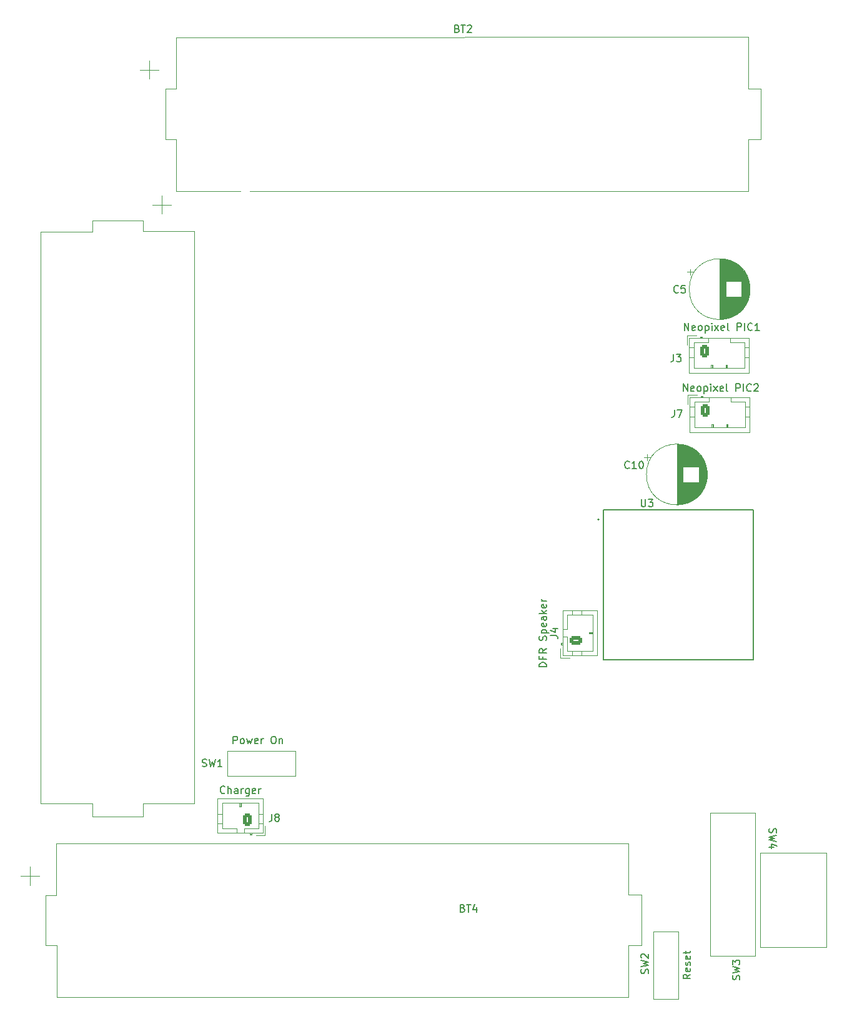
<source format=gto>
%TF.GenerationSoftware,KiCad,Pcbnew,(6.0.2)*%
%TF.CreationDate,2022-04-22T14:35:52+01:00*%
%TF.ProjectId,DiscAdventure,44697363-4164-4766-956e-747572652e6b,rev?*%
%TF.SameCoordinates,Original*%
%TF.FileFunction,Legend,Top*%
%TF.FilePolarity,Positive*%
%FSLAX46Y46*%
G04 Gerber Fmt 4.6, Leading zero omitted, Abs format (unit mm)*
G04 Created by KiCad (PCBNEW (6.0.2)) date 2022-04-22 14:35:52*
%MOMM*%
%LPD*%
G01*
G04 APERTURE LIST*
G04 Aperture macros list*
%AMRoundRect*
0 Rectangle with rounded corners*
0 $1 Rounding radius*
0 $2 $3 $4 $5 $6 $7 $8 $9 X,Y pos of 4 corners*
0 Add a 4 corners polygon primitive as box body*
4,1,4,$2,$3,$4,$5,$6,$7,$8,$9,$2,$3,0*
0 Add four circle primitives for the rounded corners*
1,1,$1+$1,$2,$3*
1,1,$1+$1,$4,$5*
1,1,$1+$1,$6,$7*
1,1,$1+$1,$8,$9*
0 Add four rect primitives between the rounded corners*
20,1,$1+$1,$2,$3,$4,$5,0*
20,1,$1+$1,$4,$5,$6,$7,0*
20,1,$1+$1,$6,$7,$8,$9,0*
20,1,$1+$1,$8,$9,$2,$3,0*%
G04 Aperture macros list end*
%ADD10C,0.150000*%
%ADD11C,0.120000*%
%ADD12C,0.127000*%
%ADD13C,0.200000*%
%ADD14R,7.340000X6.350000*%
%ADD15RoundRect,0.250000X-0.350000X-0.625000X0.350000X-0.625000X0.350000X0.625000X-0.350000X0.625000X0*%
%ADD16O,1.200000X1.750000*%
%ADD17R,2.000000X2.000000*%
%ADD18C,3.700000*%
%ADD19C,3.200000*%
%ADD20R,5.750000X2.000000*%
%ADD21R,6.350000X7.340000*%
%ADD22O,1.750000X1.200000*%
%ADD23RoundRect,0.250000X0.625000X-0.350000X0.625000X0.350000X-0.625000X0.350000X-0.625000X-0.350000X0*%
%ADD24R,1.308000X1.308000*%
%ADD25C,1.308000*%
%ADD26R,1.600000X1.600000*%
%ADD27C,1.600000*%
%ADD28RoundRect,0.250000X0.350000X0.625000X-0.350000X0.625000X-0.350000X-0.625000X0.350000X-0.625000X0*%
%ADD29R,1.700000X1.700000*%
%ADD30O,1.700000X1.700000*%
G04 APERTURE END LIST*
D10*
%TO.C,BT2*%
X98714285Y-24428571D02*
X98857142Y-24476190D01*
X98904761Y-24523809D01*
X98952380Y-24619047D01*
X98952380Y-24761904D01*
X98904761Y-24857142D01*
X98857142Y-24904761D01*
X98761904Y-24952380D01*
X98380952Y-24952380D01*
X98380952Y-23952380D01*
X98714285Y-23952380D01*
X98809523Y-24000000D01*
X98857142Y-24047619D01*
X98904761Y-24142857D01*
X98904761Y-24238095D01*
X98857142Y-24333333D01*
X98809523Y-24380952D01*
X98714285Y-24428571D01*
X98380952Y-24428571D01*
X99238095Y-23952380D02*
X99809523Y-23952380D01*
X99523809Y-24952380D02*
X99523809Y-23952380D01*
X100095238Y-24047619D02*
X100142857Y-24000000D01*
X100238095Y-23952380D01*
X100476190Y-23952380D01*
X100571428Y-24000000D01*
X100619047Y-24047619D01*
X100666666Y-24142857D01*
X100666666Y-24238095D01*
X100619047Y-24380952D01*
X100047619Y-24952380D01*
X100666666Y-24952380D01*
%TO.C,J7*%
X128171330Y-76092662D02*
X128171330Y-76806948D01*
X128123711Y-76949805D01*
X128028473Y-77045043D01*
X127885616Y-77092662D01*
X127790378Y-77092662D01*
X128552283Y-76092662D02*
X129218949Y-76092662D01*
X128790378Y-77092662D01*
X129375170Y-73583054D02*
X129375170Y-72583054D01*
X129946599Y-73583054D01*
X129946599Y-72583054D01*
X130803742Y-73535435D02*
X130708504Y-73583054D01*
X130518028Y-73583054D01*
X130422790Y-73535435D01*
X130375170Y-73440197D01*
X130375170Y-73059245D01*
X130422790Y-72964007D01*
X130518028Y-72916388D01*
X130708504Y-72916388D01*
X130803742Y-72964007D01*
X130851361Y-73059245D01*
X130851361Y-73154483D01*
X130375170Y-73249721D01*
X131422790Y-73583054D02*
X131327551Y-73535435D01*
X131279932Y-73487816D01*
X131232313Y-73392578D01*
X131232313Y-73106864D01*
X131279932Y-73011626D01*
X131327551Y-72964007D01*
X131422790Y-72916388D01*
X131565647Y-72916388D01*
X131660885Y-72964007D01*
X131708504Y-73011626D01*
X131756123Y-73106864D01*
X131756123Y-73392578D01*
X131708504Y-73487816D01*
X131660885Y-73535435D01*
X131565647Y-73583054D01*
X131422790Y-73583054D01*
X132184694Y-72916388D02*
X132184694Y-73916388D01*
X132184694Y-72964007D02*
X132279932Y-72916388D01*
X132470409Y-72916388D01*
X132565647Y-72964007D01*
X132613266Y-73011626D01*
X132660885Y-73106864D01*
X132660885Y-73392578D01*
X132613266Y-73487816D01*
X132565647Y-73535435D01*
X132470409Y-73583054D01*
X132279932Y-73583054D01*
X132184694Y-73535435D01*
X133089456Y-73583054D02*
X133089456Y-72916388D01*
X133089456Y-72583054D02*
X133041837Y-72630674D01*
X133089456Y-72678293D01*
X133137075Y-72630674D01*
X133089456Y-72583054D01*
X133089456Y-72678293D01*
X133470409Y-73583054D02*
X133994218Y-72916388D01*
X133470409Y-72916388D02*
X133994218Y-73583054D01*
X134756123Y-73535435D02*
X134660885Y-73583054D01*
X134470409Y-73583054D01*
X134375170Y-73535435D01*
X134327551Y-73440197D01*
X134327551Y-73059245D01*
X134375170Y-72964007D01*
X134470409Y-72916388D01*
X134660885Y-72916388D01*
X134756123Y-72964007D01*
X134803742Y-73059245D01*
X134803742Y-73154483D01*
X134327551Y-73249721D01*
X135375170Y-73583054D02*
X135279932Y-73535435D01*
X135232313Y-73440197D01*
X135232313Y-72583054D01*
X136518028Y-73583054D02*
X136518028Y-72583054D01*
X136898980Y-72583054D01*
X136994218Y-72630674D01*
X137041837Y-72678293D01*
X137089456Y-72773531D01*
X137089456Y-72916388D01*
X137041837Y-73011626D01*
X136994218Y-73059245D01*
X136898980Y-73106864D01*
X136518028Y-73106864D01*
X137518028Y-73583054D02*
X137518028Y-72583054D01*
X138565647Y-73487816D02*
X138518028Y-73535435D01*
X138375170Y-73583054D01*
X138279932Y-73583054D01*
X138137075Y-73535435D01*
X138041837Y-73440197D01*
X137994218Y-73344959D01*
X137946599Y-73154483D01*
X137946599Y-73011626D01*
X137994218Y-72821150D01*
X138041837Y-72725912D01*
X138137075Y-72630674D01*
X138279932Y-72583054D01*
X138375170Y-72583054D01*
X138518028Y-72630674D01*
X138565647Y-72678293D01*
X138946599Y-72678293D02*
X138994218Y-72630674D01*
X139089456Y-72583054D01*
X139327551Y-72583054D01*
X139422790Y-72630674D01*
X139470409Y-72678293D01*
X139518028Y-72773531D01*
X139518028Y-72868769D01*
X139470409Y-73011626D01*
X138898980Y-73583054D01*
X139518028Y-73583054D01*
%TO.C,SW2*%
X124595418Y-152480905D02*
X124643037Y-152338048D01*
X124643037Y-152099952D01*
X124595418Y-152004714D01*
X124547799Y-151957095D01*
X124452561Y-151909476D01*
X124357323Y-151909476D01*
X124262085Y-151957095D01*
X124214466Y-152004714D01*
X124166847Y-152099952D01*
X124119228Y-152290429D01*
X124071609Y-152385667D01*
X124023990Y-152433286D01*
X123928752Y-152480905D01*
X123833514Y-152480905D01*
X123738276Y-152433286D01*
X123690657Y-152385667D01*
X123643037Y-152290429D01*
X123643037Y-152052333D01*
X123690657Y-151909476D01*
X123643037Y-151576143D02*
X124643037Y-151338048D01*
X123928752Y-151147572D01*
X124643037Y-150957095D01*
X123643037Y-150719000D01*
X123738276Y-150385667D02*
X123690657Y-150338048D01*
X123643037Y-150242810D01*
X123643037Y-150004714D01*
X123690657Y-149909476D01*
X123738276Y-149861857D01*
X123833514Y-149814238D01*
X123928752Y-149814238D01*
X124071609Y-149861857D01*
X124643037Y-150433286D01*
X124643037Y-149814238D01*
X130338897Y-152600374D02*
X129862707Y-152933707D01*
X130338897Y-153171802D02*
X129338897Y-153171802D01*
X129338897Y-152790850D01*
X129386517Y-152695612D01*
X129434136Y-152647993D01*
X129529374Y-152600374D01*
X129672231Y-152600374D01*
X129767469Y-152647993D01*
X129815088Y-152695612D01*
X129862707Y-152790850D01*
X129862707Y-153171802D01*
X130291278Y-151790850D02*
X130338897Y-151886088D01*
X130338897Y-152076564D01*
X130291278Y-152171802D01*
X130196040Y-152219421D01*
X129815088Y-152219421D01*
X129719850Y-152171802D01*
X129672231Y-152076564D01*
X129672231Y-151886088D01*
X129719850Y-151790850D01*
X129815088Y-151743231D01*
X129910326Y-151743231D01*
X130005564Y-152219421D01*
X130291278Y-151362279D02*
X130338897Y-151267040D01*
X130338897Y-151076564D01*
X130291278Y-150981326D01*
X130196040Y-150933707D01*
X130148421Y-150933707D01*
X130053183Y-150981326D01*
X130005564Y-151076564D01*
X130005564Y-151219421D01*
X129957945Y-151314659D01*
X129862707Y-151362279D01*
X129815088Y-151362279D01*
X129719850Y-151314659D01*
X129672231Y-151219421D01*
X129672231Y-151076564D01*
X129719850Y-150981326D01*
X130291278Y-150124183D02*
X130338897Y-150219421D01*
X130338897Y-150409898D01*
X130291278Y-150505136D01*
X130196040Y-150552755D01*
X129815088Y-150552755D01*
X129719850Y-150505136D01*
X129672231Y-150409898D01*
X129672231Y-150219421D01*
X129719850Y-150124183D01*
X129815088Y-150076564D01*
X129910326Y-150076564D01*
X130005564Y-150552755D01*
X129672231Y-149790850D02*
X129672231Y-149409898D01*
X129338897Y-149647993D02*
X130196040Y-149647993D01*
X130291278Y-149600374D01*
X130338897Y-149505136D01*
X130338897Y-149409898D01*
%TO.C,SW3*%
X136987080Y-153315195D02*
X137034699Y-153172338D01*
X137034699Y-152934242D01*
X136987080Y-152839004D01*
X136939461Y-152791385D01*
X136844223Y-152743766D01*
X136748985Y-152743766D01*
X136653747Y-152791385D01*
X136606128Y-152839004D01*
X136558509Y-152934242D01*
X136510890Y-153124719D01*
X136463271Y-153219957D01*
X136415652Y-153267576D01*
X136320414Y-153315195D01*
X136225176Y-153315195D01*
X136129938Y-153267576D01*
X136082319Y-153219957D01*
X136034699Y-153124719D01*
X136034699Y-152886623D01*
X136082319Y-152743766D01*
X136034699Y-152410433D02*
X137034699Y-152172338D01*
X136320414Y-151981862D01*
X137034699Y-151791385D01*
X136034699Y-151553290D01*
X136034699Y-151267576D02*
X136034699Y-150648528D01*
X136415652Y-150981862D01*
X136415652Y-150839004D01*
X136463271Y-150743766D01*
X136510890Y-150696147D01*
X136606128Y-150648528D01*
X136844223Y-150648528D01*
X136939461Y-150696147D01*
X136987080Y-150743766D01*
X137034699Y-150839004D01*
X137034699Y-151124719D01*
X136987080Y-151219957D01*
X136939461Y-151267576D01*
%TO.C,BT4*%
X99462076Y-143615820D02*
X99604933Y-143663439D01*
X99652552Y-143711058D01*
X99700171Y-143806296D01*
X99700171Y-143949153D01*
X99652552Y-144044391D01*
X99604933Y-144092010D01*
X99509695Y-144139629D01*
X99128743Y-144139629D01*
X99128743Y-143139629D01*
X99462076Y-143139629D01*
X99557314Y-143187249D01*
X99604933Y-143234868D01*
X99652552Y-143330106D01*
X99652552Y-143425344D01*
X99604933Y-143520582D01*
X99557314Y-143568201D01*
X99462076Y-143615820D01*
X99128743Y-143615820D01*
X99985886Y-143139629D02*
X100557314Y-143139629D01*
X100271600Y-144139629D02*
X100271600Y-143139629D01*
X101319219Y-143472963D02*
X101319219Y-144139629D01*
X101081124Y-143092010D02*
X100843029Y-143806296D01*
X101462076Y-143806296D01*
%TO.C,SW1*%
X64172672Y-124400709D02*
X64315529Y-124448328D01*
X64553625Y-124448328D01*
X64648863Y-124400709D01*
X64696482Y-124353090D01*
X64744101Y-124257852D01*
X64744101Y-124162614D01*
X64696482Y-124067376D01*
X64648863Y-124019757D01*
X64553625Y-123972138D01*
X64363148Y-123924519D01*
X64267910Y-123876900D01*
X64220291Y-123829281D01*
X64172672Y-123734043D01*
X64172672Y-123638805D01*
X64220291Y-123543567D01*
X64267910Y-123495948D01*
X64363148Y-123448328D01*
X64601244Y-123448328D01*
X64744101Y-123495948D01*
X65077434Y-123448328D02*
X65315529Y-124448328D01*
X65506006Y-123734043D01*
X65696482Y-124448328D01*
X65934577Y-123448328D01*
X66839339Y-124448328D02*
X66267910Y-124448328D01*
X66553625Y-124448328D02*
X66553625Y-123448328D01*
X66458386Y-123591186D01*
X66363148Y-123686424D01*
X66267910Y-123734043D01*
X68356666Y-121342380D02*
X68356666Y-120342380D01*
X68737619Y-120342380D01*
X68832857Y-120390000D01*
X68880476Y-120437619D01*
X68928095Y-120532857D01*
X68928095Y-120675714D01*
X68880476Y-120770952D01*
X68832857Y-120818571D01*
X68737619Y-120866190D01*
X68356666Y-120866190D01*
X69499523Y-121342380D02*
X69404285Y-121294761D01*
X69356666Y-121247142D01*
X69309047Y-121151904D01*
X69309047Y-120866190D01*
X69356666Y-120770952D01*
X69404285Y-120723333D01*
X69499523Y-120675714D01*
X69642380Y-120675714D01*
X69737619Y-120723333D01*
X69785238Y-120770952D01*
X69832857Y-120866190D01*
X69832857Y-121151904D01*
X69785238Y-121247142D01*
X69737619Y-121294761D01*
X69642380Y-121342380D01*
X69499523Y-121342380D01*
X70166190Y-120675714D02*
X70356666Y-121342380D01*
X70547142Y-120866190D01*
X70737619Y-121342380D01*
X70928095Y-120675714D01*
X71690000Y-121294761D02*
X71594761Y-121342380D01*
X71404285Y-121342380D01*
X71309047Y-121294761D01*
X71261428Y-121199523D01*
X71261428Y-120818571D01*
X71309047Y-120723333D01*
X71404285Y-120675714D01*
X71594761Y-120675714D01*
X71690000Y-120723333D01*
X71737619Y-120818571D01*
X71737619Y-120913809D01*
X71261428Y-121009047D01*
X72166190Y-121342380D02*
X72166190Y-120675714D01*
X72166190Y-120866190D02*
X72213809Y-120770952D01*
X72261428Y-120723333D01*
X72356666Y-120675714D01*
X72451904Y-120675714D01*
X73737619Y-120342380D02*
X73928095Y-120342380D01*
X74023333Y-120390000D01*
X74118571Y-120485238D01*
X74166190Y-120675714D01*
X74166190Y-121009047D01*
X74118571Y-121199523D01*
X74023333Y-121294761D01*
X73928095Y-121342380D01*
X73737619Y-121342380D01*
X73642380Y-121294761D01*
X73547142Y-121199523D01*
X73499523Y-121009047D01*
X73499523Y-120675714D01*
X73547142Y-120485238D01*
X73642380Y-120390000D01*
X73737619Y-120342380D01*
X74594761Y-120675714D02*
X74594761Y-121342380D01*
X74594761Y-120770952D02*
X74642380Y-120723333D01*
X74737619Y-120675714D01*
X74880476Y-120675714D01*
X74975714Y-120723333D01*
X75023333Y-120818571D01*
X75023333Y-121342380D01*
%TO.C,J4*%
X111363065Y-106671733D02*
X112077351Y-106671733D01*
X112220208Y-106719352D01*
X112315446Y-106814590D01*
X112363065Y-106957447D01*
X112363065Y-107052685D01*
X111696399Y-105766971D02*
X112363065Y-105766971D01*
X111315446Y-106005066D02*
X112029732Y-106243161D01*
X112029732Y-105624114D01*
X110829486Y-110908148D02*
X109829486Y-110908148D01*
X109829486Y-110670053D01*
X109877106Y-110527196D01*
X109972344Y-110431958D01*
X110067582Y-110384339D01*
X110258058Y-110336719D01*
X110400915Y-110336719D01*
X110591391Y-110384339D01*
X110686629Y-110431958D01*
X110781867Y-110527196D01*
X110829486Y-110670053D01*
X110829486Y-110908148D01*
X110305677Y-109574815D02*
X110305677Y-109908148D01*
X110829486Y-109908148D02*
X109829486Y-109908148D01*
X109829486Y-109431958D01*
X110829486Y-108479577D02*
X110353296Y-108812910D01*
X110829486Y-109051005D02*
X109829486Y-109051005D01*
X109829486Y-108670053D01*
X109877106Y-108574815D01*
X109924725Y-108527196D01*
X110019963Y-108479577D01*
X110162820Y-108479577D01*
X110258058Y-108527196D01*
X110305677Y-108574815D01*
X110353296Y-108670053D01*
X110353296Y-109051005D01*
X110781867Y-107336719D02*
X110829486Y-107193862D01*
X110829486Y-106955767D01*
X110781867Y-106860529D01*
X110734248Y-106812910D01*
X110639010Y-106765291D01*
X110543772Y-106765291D01*
X110448534Y-106812910D01*
X110400915Y-106860529D01*
X110353296Y-106955767D01*
X110305677Y-107146243D01*
X110258058Y-107241481D01*
X110210439Y-107289100D01*
X110115201Y-107336719D01*
X110019963Y-107336719D01*
X109924725Y-107289100D01*
X109877106Y-107241481D01*
X109829486Y-107146243D01*
X109829486Y-106908148D01*
X109877106Y-106765291D01*
X110162820Y-106336719D02*
X111162820Y-106336719D01*
X110210439Y-106336719D02*
X110162820Y-106241481D01*
X110162820Y-106051005D01*
X110210439Y-105955767D01*
X110258058Y-105908148D01*
X110353296Y-105860529D01*
X110639010Y-105860529D01*
X110734248Y-105908148D01*
X110781867Y-105955767D01*
X110829486Y-106051005D01*
X110829486Y-106241481D01*
X110781867Y-106336719D01*
X110781867Y-105051005D02*
X110829486Y-105146243D01*
X110829486Y-105336719D01*
X110781867Y-105431958D01*
X110686629Y-105479577D01*
X110305677Y-105479577D01*
X110210439Y-105431958D01*
X110162820Y-105336719D01*
X110162820Y-105146243D01*
X110210439Y-105051005D01*
X110305677Y-105003386D01*
X110400915Y-105003386D01*
X110496153Y-105479577D01*
X110829486Y-104146243D02*
X110305677Y-104146243D01*
X110210439Y-104193862D01*
X110162820Y-104289100D01*
X110162820Y-104479577D01*
X110210439Y-104574815D01*
X110781867Y-104146243D02*
X110829486Y-104241481D01*
X110829486Y-104479577D01*
X110781867Y-104574815D01*
X110686629Y-104622434D01*
X110591391Y-104622434D01*
X110496153Y-104574815D01*
X110448534Y-104479577D01*
X110448534Y-104241481D01*
X110400915Y-104146243D01*
X110829486Y-103670053D02*
X109829486Y-103670053D01*
X110448534Y-103574815D02*
X110829486Y-103289100D01*
X110162820Y-103289100D02*
X110543772Y-103670053D01*
X110781867Y-102479577D02*
X110829486Y-102574815D01*
X110829486Y-102765291D01*
X110781867Y-102860529D01*
X110686629Y-102908148D01*
X110305677Y-102908148D01*
X110210439Y-102860529D01*
X110162820Y-102765291D01*
X110162820Y-102574815D01*
X110210439Y-102479577D01*
X110305677Y-102431958D01*
X110400915Y-102431958D01*
X110496153Y-102908148D01*
X110829486Y-102003386D02*
X110162820Y-102003386D01*
X110353296Y-102003386D02*
X110258058Y-101955767D01*
X110210439Y-101908148D01*
X110162820Y-101812910D01*
X110162820Y-101717672D01*
%TO.C,U3*%
X123676668Y-88218311D02*
X123676668Y-89027835D01*
X123724287Y-89123073D01*
X123771906Y-89170692D01*
X123867144Y-89218311D01*
X124057620Y-89218311D01*
X124152858Y-89170692D01*
X124200477Y-89123073D01*
X124248096Y-89027835D01*
X124248096Y-88218311D01*
X124629049Y-88218311D02*
X125248096Y-88218311D01*
X124914763Y-88599264D01*
X125057620Y-88599264D01*
X125152858Y-88646883D01*
X125200477Y-88694502D01*
X125248096Y-88789740D01*
X125248096Y-89027835D01*
X125200477Y-89123073D01*
X125152858Y-89170692D01*
X125057620Y-89218311D01*
X124771906Y-89218311D01*
X124676668Y-89170692D01*
X124629049Y-89123073D01*
%TO.C,C5*%
X128683051Y-60141717D02*
X128635432Y-60189336D01*
X128492575Y-60236955D01*
X128397337Y-60236955D01*
X128254479Y-60189336D01*
X128159241Y-60094098D01*
X128111622Y-59998860D01*
X128064003Y-59808384D01*
X128064003Y-59665527D01*
X128111622Y-59475051D01*
X128159241Y-59379813D01*
X128254479Y-59284575D01*
X128397337Y-59236955D01*
X128492575Y-59236955D01*
X128635432Y-59284575D01*
X128683051Y-59332194D01*
X129587813Y-59236955D02*
X129111622Y-59236955D01*
X129064003Y-59713146D01*
X129111622Y-59665527D01*
X129206860Y-59617908D01*
X129444956Y-59617908D01*
X129540194Y-59665527D01*
X129587813Y-59713146D01*
X129635432Y-59808384D01*
X129635432Y-60046479D01*
X129587813Y-60141717D01*
X129540194Y-60189336D01*
X129444956Y-60236955D01*
X129206860Y-60236955D01*
X129111622Y-60189336D01*
X129064003Y-60141717D01*
%TO.C,C10*%
X122050137Y-83956461D02*
X122002518Y-84004080D01*
X121859661Y-84051699D01*
X121764423Y-84051699D01*
X121621566Y-84004080D01*
X121526328Y-83908842D01*
X121478709Y-83813604D01*
X121431090Y-83623128D01*
X121431090Y-83480271D01*
X121478709Y-83289795D01*
X121526328Y-83194557D01*
X121621566Y-83099319D01*
X121764423Y-83051699D01*
X121859661Y-83051699D01*
X122002518Y-83099319D01*
X122050137Y-83146938D01*
X123002518Y-84051699D02*
X122431090Y-84051699D01*
X122716804Y-84051699D02*
X122716804Y-83051699D01*
X122621566Y-83194557D01*
X122526328Y-83289795D01*
X122431090Y-83337414D01*
X123621566Y-83051699D02*
X123716804Y-83051699D01*
X123812042Y-83099319D01*
X123859661Y-83146938D01*
X123907280Y-83242176D01*
X123954899Y-83432652D01*
X123954899Y-83670747D01*
X123907280Y-83861223D01*
X123859661Y-83956461D01*
X123812042Y-84004080D01*
X123716804Y-84051699D01*
X123621566Y-84051699D01*
X123526328Y-84004080D01*
X123478709Y-83956461D01*
X123431090Y-83861223D01*
X123383471Y-83670747D01*
X123383471Y-83432652D01*
X123431090Y-83242176D01*
X123478709Y-83146938D01*
X123526328Y-83099319D01*
X123621566Y-83051699D01*
%TO.C,J3*%
X128046616Y-68559941D02*
X128046616Y-69274227D01*
X127998997Y-69417084D01*
X127903759Y-69512322D01*
X127760902Y-69559941D01*
X127665664Y-69559941D01*
X128427569Y-68559941D02*
X129046616Y-68559941D01*
X128713283Y-68940894D01*
X128856140Y-68940894D01*
X128951378Y-68988513D01*
X128998997Y-69036132D01*
X129046616Y-69131370D01*
X129046616Y-69369465D01*
X128998997Y-69464703D01*
X128951378Y-69512322D01*
X128856140Y-69559941D01*
X128570426Y-69559941D01*
X128475188Y-69512322D01*
X128427569Y-69464703D01*
X129518140Y-65344611D02*
X129518140Y-64344611D01*
X130089569Y-65344611D01*
X130089569Y-64344611D01*
X130946712Y-65296992D02*
X130851474Y-65344611D01*
X130660998Y-65344611D01*
X130565760Y-65296992D01*
X130518140Y-65201754D01*
X130518140Y-64820802D01*
X130565760Y-64725564D01*
X130660998Y-64677945D01*
X130851474Y-64677945D01*
X130946712Y-64725564D01*
X130994331Y-64820802D01*
X130994331Y-64916040D01*
X130518140Y-65011278D01*
X131565760Y-65344611D02*
X131470521Y-65296992D01*
X131422902Y-65249373D01*
X131375283Y-65154135D01*
X131375283Y-64868421D01*
X131422902Y-64773183D01*
X131470521Y-64725564D01*
X131565760Y-64677945D01*
X131708617Y-64677945D01*
X131803855Y-64725564D01*
X131851474Y-64773183D01*
X131899093Y-64868421D01*
X131899093Y-65154135D01*
X131851474Y-65249373D01*
X131803855Y-65296992D01*
X131708617Y-65344611D01*
X131565760Y-65344611D01*
X132327664Y-64677945D02*
X132327664Y-65677945D01*
X132327664Y-64725564D02*
X132422902Y-64677945D01*
X132613379Y-64677945D01*
X132708617Y-64725564D01*
X132756236Y-64773183D01*
X132803855Y-64868421D01*
X132803855Y-65154135D01*
X132756236Y-65249373D01*
X132708617Y-65296992D01*
X132613379Y-65344611D01*
X132422902Y-65344611D01*
X132327664Y-65296992D01*
X133232426Y-65344611D02*
X133232426Y-64677945D01*
X133232426Y-64344611D02*
X133184807Y-64392231D01*
X133232426Y-64439850D01*
X133280045Y-64392231D01*
X133232426Y-64344611D01*
X133232426Y-64439850D01*
X133613379Y-65344611D02*
X134137188Y-64677945D01*
X133613379Y-64677945D02*
X134137188Y-65344611D01*
X134899093Y-65296992D02*
X134803855Y-65344611D01*
X134613379Y-65344611D01*
X134518140Y-65296992D01*
X134470521Y-65201754D01*
X134470521Y-64820802D01*
X134518140Y-64725564D01*
X134613379Y-64677945D01*
X134803855Y-64677945D01*
X134899093Y-64725564D01*
X134946712Y-64820802D01*
X134946712Y-64916040D01*
X134470521Y-65011278D01*
X135518140Y-65344611D02*
X135422902Y-65296992D01*
X135375283Y-65201754D01*
X135375283Y-64344611D01*
X136660998Y-65344611D02*
X136660998Y-64344611D01*
X137041950Y-64344611D01*
X137137188Y-64392231D01*
X137184807Y-64439850D01*
X137232426Y-64535088D01*
X137232426Y-64677945D01*
X137184807Y-64773183D01*
X137137188Y-64820802D01*
X137041950Y-64868421D01*
X136660998Y-64868421D01*
X137660998Y-65344611D02*
X137660998Y-64344611D01*
X138708617Y-65249373D02*
X138660998Y-65296992D01*
X138518140Y-65344611D01*
X138422902Y-65344611D01*
X138280045Y-65296992D01*
X138184807Y-65201754D01*
X138137188Y-65106516D01*
X138089569Y-64916040D01*
X138089569Y-64773183D01*
X138137188Y-64582707D01*
X138184807Y-64487469D01*
X138280045Y-64392231D01*
X138422902Y-64344611D01*
X138518140Y-64344611D01*
X138660998Y-64392231D01*
X138708617Y-64439850D01*
X139660998Y-65344611D02*
X139089569Y-65344611D01*
X139375283Y-65344611D02*
X139375283Y-64344611D01*
X139280045Y-64487469D01*
X139184807Y-64582707D01*
X139089569Y-64630326D01*
%TO.C,SW4*%
X141054849Y-132828322D02*
X141007230Y-132971179D01*
X141007230Y-133209275D01*
X141054849Y-133304513D01*
X141102468Y-133352132D01*
X141197706Y-133399751D01*
X141292944Y-133399751D01*
X141388182Y-133352132D01*
X141435801Y-133304513D01*
X141483420Y-133209275D01*
X141531039Y-133018798D01*
X141578658Y-132923560D01*
X141626277Y-132875941D01*
X141721515Y-132828322D01*
X141816753Y-132828322D01*
X141911991Y-132875941D01*
X141959611Y-132923560D01*
X142007230Y-133018798D01*
X142007230Y-133256894D01*
X141959611Y-133399751D01*
X142007230Y-133733084D02*
X141007230Y-133971179D01*
X141721515Y-134161656D01*
X141007230Y-134352132D01*
X142007230Y-134590227D01*
X141673896Y-135399751D02*
X141007230Y-135399751D01*
X142054849Y-135161656D02*
X141340563Y-134923560D01*
X141340563Y-135542608D01*
%TO.C,J8*%
X73595200Y-130858190D02*
X73595200Y-131572476D01*
X73547581Y-131715333D01*
X73452343Y-131810571D01*
X73309486Y-131858190D01*
X73214248Y-131858190D01*
X74214248Y-131286762D02*
X74119010Y-131239143D01*
X74071391Y-131191524D01*
X74023772Y-131096286D01*
X74023772Y-131048667D01*
X74071391Y-130953429D01*
X74119010Y-130905810D01*
X74214248Y-130858190D01*
X74404724Y-130858190D01*
X74499962Y-130905810D01*
X74547581Y-130953429D01*
X74595200Y-131048667D01*
X74595200Y-131096286D01*
X74547581Y-131191524D01*
X74499962Y-131239143D01*
X74404724Y-131286762D01*
X74214248Y-131286762D01*
X74119010Y-131334381D01*
X74071391Y-131382000D01*
X74023772Y-131477238D01*
X74023772Y-131667714D01*
X74071391Y-131762952D01*
X74119010Y-131810571D01*
X74214248Y-131858190D01*
X74404724Y-131858190D01*
X74499962Y-131810571D01*
X74547581Y-131762952D01*
X74595200Y-131667714D01*
X74595200Y-131477238D01*
X74547581Y-131382000D01*
X74499962Y-131334381D01*
X74404724Y-131286762D01*
X67215446Y-128002809D02*
X67167827Y-128050428D01*
X67024970Y-128098047D01*
X66929732Y-128098047D01*
X66786875Y-128050428D01*
X66691637Y-127955190D01*
X66644018Y-127859952D01*
X66596399Y-127669476D01*
X66596399Y-127526619D01*
X66644018Y-127336143D01*
X66691637Y-127240905D01*
X66786875Y-127145667D01*
X66929732Y-127098047D01*
X67024970Y-127098047D01*
X67167827Y-127145667D01*
X67215446Y-127193286D01*
X67644018Y-128098047D02*
X67644018Y-127098047D01*
X68072589Y-128098047D02*
X68072589Y-127574238D01*
X68024970Y-127479000D01*
X67929732Y-127431381D01*
X67786875Y-127431381D01*
X67691637Y-127479000D01*
X67644018Y-127526619D01*
X68977351Y-128098047D02*
X68977351Y-127574238D01*
X68929732Y-127479000D01*
X68834494Y-127431381D01*
X68644018Y-127431381D01*
X68548780Y-127479000D01*
X68977351Y-128050428D02*
X68882113Y-128098047D01*
X68644018Y-128098047D01*
X68548780Y-128050428D01*
X68501161Y-127955190D01*
X68501161Y-127859952D01*
X68548780Y-127764714D01*
X68644018Y-127717095D01*
X68882113Y-127717095D01*
X68977351Y-127669476D01*
X69453542Y-128098047D02*
X69453542Y-127431381D01*
X69453542Y-127621857D02*
X69501161Y-127526619D01*
X69548780Y-127479000D01*
X69644018Y-127431381D01*
X69739256Y-127431381D01*
X70501161Y-127431381D02*
X70501161Y-128240905D01*
X70453542Y-128336143D01*
X70405923Y-128383762D01*
X70310685Y-128431381D01*
X70167827Y-128431381D01*
X70072589Y-128383762D01*
X70501161Y-128050428D02*
X70405923Y-128098047D01*
X70215446Y-128098047D01*
X70120208Y-128050428D01*
X70072589Y-128002809D01*
X70024970Y-127907571D01*
X70024970Y-127621857D01*
X70072589Y-127526619D01*
X70120208Y-127479000D01*
X70215446Y-127431381D01*
X70405923Y-127431381D01*
X70501161Y-127479000D01*
X71358304Y-128050428D02*
X71263065Y-128098047D01*
X71072589Y-128098047D01*
X70977351Y-128050428D01*
X70929732Y-127955190D01*
X70929732Y-127574238D01*
X70977351Y-127479000D01*
X71072589Y-127431381D01*
X71263065Y-127431381D01*
X71358304Y-127479000D01*
X71405923Y-127574238D01*
X71405923Y-127669476D01*
X70929732Y-127764714D01*
X71834494Y-128098047D02*
X71834494Y-127431381D01*
X71834494Y-127621857D02*
X71882113Y-127526619D01*
X71929732Y-127479000D01*
X72024970Y-127431381D01*
X72120208Y-127431381D01*
D11*
%TO.C,BT2*%
X139900000Y-39444418D02*
X139900000Y-32572230D01*
X55750000Y-30000000D02*
X58250000Y-30000000D01*
X139900000Y-32572230D02*
X138175328Y-32572230D01*
X138140000Y-25580000D02*
X60600000Y-25600000D01*
X139900000Y-39444418D02*
X138175328Y-39444418D01*
X138140000Y-32560000D02*
X138140000Y-25580000D01*
X60650000Y-39400000D02*
X59160000Y-39400000D01*
X60650000Y-46450000D02*
X60650000Y-39400000D01*
X138140000Y-39440000D02*
X138140000Y-46440000D01*
X60600000Y-32600000D02*
X60600000Y-25600000D01*
X57000000Y-31250000D02*
X57000000Y-28750000D01*
X138140000Y-46440000D02*
X60650000Y-46440000D01*
X59160000Y-39400000D02*
X59160000Y-32600000D01*
X60600000Y-32600000D02*
X59160000Y-32600000D01*
%TO.C,J7*%
X138370547Y-75709849D02*
X137760547Y-75709849D01*
X130250547Y-79119849D02*
X138370547Y-79119849D01*
X130250547Y-74399849D02*
X130250547Y-79119849D01*
X129950547Y-74099849D02*
X129950547Y-75349849D01*
X130860547Y-75009849D02*
X130860547Y-78509849D01*
X132810547Y-75009849D02*
X130860547Y-75009849D01*
X131710547Y-74199849D02*
X131710547Y-74399849D01*
X137760547Y-75009849D02*
X135810547Y-75009849D01*
X130250547Y-75709849D02*
X130860547Y-75709849D01*
X131200547Y-74099849D02*
X129950547Y-74099849D01*
X135210547Y-78009849D02*
X135410547Y-78009849D01*
X137760547Y-78509849D02*
X137760547Y-75009849D01*
X133310547Y-78509849D02*
X133310547Y-78009849D01*
X135310547Y-78509849D02*
X135310547Y-78009849D01*
X132810547Y-74399849D02*
X132810547Y-75009849D01*
X133210547Y-78509849D02*
X133210547Y-78009849D01*
X133210547Y-78009849D02*
X133410547Y-78009849D01*
X132010547Y-74299849D02*
X131710547Y-74299849D01*
X135810547Y-75009849D02*
X135810547Y-74399849D01*
X133410547Y-78009849D02*
X133410547Y-78509849D01*
X132010547Y-74399849D02*
X132010547Y-74199849D01*
X135210547Y-78509849D02*
X135210547Y-78009849D01*
X130860547Y-78509849D02*
X137760547Y-78509849D01*
X138370547Y-74399849D02*
X130250547Y-74399849D01*
X132010547Y-74199849D02*
X131710547Y-74199849D01*
X130250547Y-77009849D02*
X130860547Y-77009849D01*
X138370547Y-79119849D02*
X138370547Y-74399849D01*
X138370547Y-77009849D02*
X137760547Y-77009849D01*
X135410547Y-78009849D02*
X135410547Y-78509849D01*
%TO.C,SW2*%
X128718655Y-155962279D02*
X125318655Y-155962279D01*
X125318655Y-146762279D02*
X125318655Y-155962279D01*
X128718655Y-146762279D02*
X125318655Y-146762279D01*
X128718655Y-146762279D02*
X128718655Y-155962279D01*
%TO.C,SW3*%
X133055000Y-150075000D02*
X139135000Y-150075000D01*
X139135000Y-150075000D02*
X139135000Y-130735000D01*
X139135000Y-130735000D02*
X133055000Y-130735000D01*
X133055000Y-130735000D02*
X133055000Y-150075000D01*
%TO.C,BT4*%
X63115980Y-129432500D02*
X63095980Y-51892500D01*
X42255980Y-129432500D02*
X42255980Y-51942500D01*
X42245980Y-51942500D02*
X49295980Y-51942500D01*
X56095980Y-51892500D02*
X56095980Y-50452500D01*
X49295980Y-51942500D02*
X49295980Y-50452500D01*
X49255980Y-129432500D02*
X42255980Y-129432500D01*
X49251562Y-131192500D02*
X49251562Y-129467828D01*
X57445980Y-48292500D02*
X59945980Y-48292500D01*
X49295980Y-50452500D02*
X56095980Y-50452500D01*
X58695980Y-47042500D02*
X58695980Y-49542500D01*
X56123750Y-131192500D02*
X56123750Y-129467828D01*
X56095980Y-51892500D02*
X63095980Y-51892500D01*
X56135980Y-129432500D02*
X63115980Y-129432500D01*
X49251562Y-131192500D02*
X56123750Y-131192500D01*
%TO.C,SW1*%
X76800000Y-125700000D02*
X76800000Y-122300000D01*
X67600000Y-125700000D02*
X67600000Y-122300000D01*
X76800000Y-122300000D02*
X67600000Y-122300000D01*
X76800000Y-125700000D02*
X67600000Y-125700000D01*
%TO.C,J4*%
X113610685Y-106838400D02*
X113610685Y-108788400D01*
X113000685Y-107638400D02*
X112800685Y-107638400D01*
X115610685Y-109398400D02*
X115610685Y-108788400D01*
X116610685Y-106238400D02*
X117110685Y-106238400D01*
X112800685Y-107938400D02*
X113000685Y-107938400D01*
X117110685Y-106438400D02*
X116610685Y-106438400D01*
X113610685Y-108788400D02*
X117110685Y-108788400D01*
X113000685Y-106838400D02*
X113610685Y-106838400D01*
X116610685Y-106438400D02*
X116610685Y-106238400D01*
X113000685Y-109398400D02*
X117720685Y-109398400D01*
X112700685Y-108448400D02*
X112700685Y-109698400D01*
X115610685Y-103278400D02*
X115610685Y-103888400D01*
X113610685Y-103888400D02*
X113610685Y-105838400D01*
X117110685Y-108788400D02*
X117110685Y-103888400D01*
X112900685Y-107638400D02*
X112900685Y-107938400D01*
X117720685Y-109398400D02*
X117720685Y-103278400D01*
X114310685Y-103278400D02*
X114310685Y-103888400D01*
X117110685Y-106338400D02*
X116610685Y-106338400D01*
X112700685Y-109698400D02*
X113950685Y-109698400D01*
X114310685Y-109398400D02*
X114310685Y-108788400D01*
X117720685Y-103278400D02*
X113000685Y-103278400D01*
X117110685Y-103888400D02*
X113610685Y-103888400D01*
X113000685Y-103278400D02*
X113000685Y-109398400D01*
X112800685Y-107638400D02*
X112800685Y-107938400D01*
X113610685Y-105838400D02*
X113000685Y-105838400D01*
D12*
%TO.C,U3*%
X138816919Y-89679918D02*
X138816919Y-109999918D01*
X118496919Y-89679918D02*
X138816919Y-89679918D01*
X138816919Y-109999918D02*
X118496919Y-109999918D01*
X118496919Y-109999918D02*
X118496919Y-89679918D01*
D13*
X117956919Y-90949918D02*
G75*
G03*
X117956919Y-90949918I-100000J0D01*
G01*
D11*
%TO.C,C5*%
X136696653Y-56427399D02*
X136696653Y-58696399D01*
X137376653Y-57039399D02*
X137376653Y-62433399D01*
X137496653Y-57180399D02*
X137496653Y-62292399D01*
X135896653Y-55979399D02*
X135896653Y-58696399D01*
X136976653Y-60776399D02*
X136976653Y-62826399D01*
X136776653Y-56486399D02*
X136776653Y-58696399D01*
X134375653Y-55656399D02*
X134375653Y-63816399D01*
X138336653Y-58968399D02*
X138336653Y-60504399D01*
X137016653Y-56681399D02*
X137016653Y-58696399D01*
X136376653Y-56219399D02*
X136376653Y-58696399D01*
X135336653Y-55789399D02*
X135336653Y-58696399D01*
X136856653Y-60776399D02*
X136856653Y-62925399D01*
X137096653Y-60776399D02*
X137096653Y-62719399D01*
X136536653Y-56318399D02*
X136536653Y-58696399D01*
X135616653Y-55873399D02*
X135616653Y-58696399D01*
X137136653Y-60776399D02*
X137136653Y-62681399D01*
X138176653Y-58390399D02*
X138176653Y-61082399D01*
X136976653Y-56646399D02*
X136976653Y-58696399D01*
X137416653Y-57085399D02*
X137416653Y-62387399D01*
X135176653Y-55751399D02*
X135176653Y-58696399D01*
X135896653Y-60776399D02*
X135896653Y-63493399D01*
X135696653Y-55901399D02*
X135696653Y-58696399D01*
X136576653Y-60776399D02*
X136576653Y-63128399D01*
X134935653Y-55706399D02*
X134935653Y-63766399D01*
X135296653Y-60776399D02*
X135296653Y-63693399D01*
X137176653Y-56829399D02*
X137176653Y-58696399D01*
X136776653Y-60776399D02*
X136776653Y-62986399D01*
X136096653Y-60776399D02*
X136096653Y-63402399D01*
X136376653Y-60776399D02*
X136376653Y-63253399D01*
X137096653Y-56753399D02*
X137096653Y-58696399D01*
X136656653Y-60776399D02*
X136656653Y-63074399D01*
X136816653Y-56516399D02*
X136816653Y-58696399D01*
X135536653Y-55847399D02*
X135536653Y-58696399D01*
X135736653Y-60776399D02*
X135736653Y-63557399D01*
X138056653Y-58091399D02*
X138056653Y-61381399D01*
X137856653Y-57702399D02*
X137856653Y-61770399D01*
X135576653Y-55859399D02*
X135576653Y-58696399D01*
X134695653Y-55675399D02*
X134695653Y-63797399D01*
X136496653Y-60776399D02*
X136496653Y-63180399D01*
X135376653Y-55800399D02*
X135376653Y-58696399D01*
X135176653Y-60776399D02*
X135176653Y-63721399D01*
X137136653Y-56791399D02*
X137136653Y-58696399D01*
X138296653Y-58788399D02*
X138296653Y-60684399D01*
X136256653Y-56152399D02*
X136256653Y-58696399D01*
X136736653Y-56456399D02*
X136736653Y-58696399D01*
X135136653Y-55742399D02*
X135136653Y-63730399D01*
X138376653Y-59203399D02*
X138376653Y-60269399D01*
X137016653Y-60776399D02*
X137016653Y-62791399D01*
X134775653Y-55684399D02*
X134775653Y-63788399D01*
X136216653Y-56130399D02*
X136216653Y-58696399D01*
X134895653Y-55699399D02*
X134895653Y-63773399D01*
X135536653Y-60776399D02*
X135536653Y-63625399D01*
X136416653Y-60776399D02*
X136416653Y-63229399D01*
X135496653Y-60776399D02*
X135496653Y-63638399D01*
X136896653Y-60776399D02*
X136896653Y-62892399D01*
X137216653Y-60776399D02*
X137216653Y-62603399D01*
X135816653Y-60776399D02*
X135816653Y-63526399D01*
X135496653Y-55834399D02*
X135496653Y-58696399D01*
X137616653Y-57336399D02*
X137616653Y-62136399D01*
X135696653Y-60776399D02*
X135696653Y-63571399D01*
X134495653Y-55660399D02*
X134495653Y-63812399D01*
X135336653Y-60776399D02*
X135336653Y-63683399D01*
X134815653Y-55688399D02*
X134815653Y-63784399D01*
X134735653Y-55679399D02*
X134735653Y-63793399D01*
X137056653Y-60776399D02*
X137056653Y-62755399D01*
X136456653Y-56267399D02*
X136456653Y-58696399D01*
X136496653Y-56292399D02*
X136496653Y-58696399D01*
X138096653Y-58184399D02*
X138096653Y-61288399D01*
X135736653Y-55915399D02*
X135736653Y-58696399D01*
X135776653Y-55931399D02*
X135776653Y-58696399D01*
X135576653Y-60776399D02*
X135576653Y-63613399D01*
X137256653Y-56910399D02*
X137256653Y-62562399D01*
X136856653Y-56547399D02*
X136856653Y-58696399D01*
X135976653Y-56014399D02*
X135976653Y-58696399D01*
X134335653Y-55656399D02*
X134335653Y-63816399D01*
X137536653Y-57231399D02*
X137536653Y-62241399D01*
X137896653Y-57772399D02*
X137896653Y-61700399D01*
X136936653Y-56612399D02*
X136936653Y-58696399D01*
X135256653Y-60776399D02*
X135256653Y-63703399D01*
X130285955Y-57021399D02*
X130285955Y-57821399D01*
X137936653Y-57846399D02*
X137936653Y-61626399D01*
X135656653Y-60776399D02*
X135656653Y-63586399D01*
X137776653Y-57570399D02*
X137776653Y-61902399D01*
X137816653Y-57634399D02*
X137816653Y-61838399D01*
X135096653Y-55734399D02*
X135096653Y-63738399D01*
X136616653Y-56371399D02*
X136616653Y-58696399D01*
X136256653Y-60776399D02*
X136256653Y-63320399D01*
X135216653Y-60776399D02*
X135216653Y-63712399D01*
X135456653Y-55822399D02*
X135456653Y-58696399D01*
X135416653Y-55811399D02*
X135416653Y-58696399D01*
X136416653Y-56243399D02*
X136416653Y-58696399D01*
X136016653Y-56032399D02*
X136016653Y-58696399D01*
X136016653Y-60776399D02*
X136016653Y-63440399D01*
X135456653Y-60776399D02*
X135456653Y-63650399D01*
X135256653Y-55769399D02*
X135256653Y-58696399D01*
X134455653Y-55659399D02*
X134455653Y-63813399D01*
X134855653Y-55694399D02*
X134855653Y-63778399D01*
X136296653Y-60776399D02*
X136296653Y-63298399D01*
X136296653Y-56174399D02*
X136296653Y-58696399D01*
X135856653Y-60776399D02*
X135856653Y-63510399D01*
X135616653Y-60776399D02*
X135616653Y-63599399D01*
X136616653Y-60776399D02*
X136616653Y-63101399D01*
X136056653Y-60776399D02*
X136056653Y-63422399D01*
X136576653Y-56344399D02*
X136576653Y-58696399D01*
X135216653Y-55760399D02*
X135216653Y-58696399D01*
X136216653Y-60776399D02*
X136216653Y-63342399D01*
X134655653Y-55671399D02*
X134655653Y-63801399D01*
X135416653Y-60776399D02*
X135416653Y-63661399D01*
X135936653Y-60776399D02*
X135936653Y-63476399D01*
X138216653Y-58507399D02*
X138216653Y-60965399D01*
X129885955Y-57421399D02*
X130685955Y-57421399D01*
X137656653Y-57391399D02*
X137656653Y-62081399D01*
X135776653Y-60776399D02*
X135776653Y-63541399D01*
X135816653Y-55946399D02*
X135816653Y-58696399D01*
X136056653Y-56050399D02*
X136056653Y-58696399D01*
X136336653Y-56196399D02*
X136336653Y-58696399D01*
X134295653Y-55656399D02*
X134295653Y-63816399D01*
X137696653Y-57449399D02*
X137696653Y-62023399D01*
X134535653Y-55662399D02*
X134535653Y-63810399D01*
X136176653Y-56109399D02*
X136176653Y-58696399D01*
X136936653Y-60776399D02*
X136936653Y-62860399D01*
X136736653Y-60776399D02*
X136736653Y-63016399D01*
X136456653Y-60776399D02*
X136456653Y-63205399D01*
X135976653Y-60776399D02*
X135976653Y-63458399D01*
X135936653Y-55996399D02*
X135936653Y-58696399D01*
X136696653Y-60776399D02*
X136696653Y-63045399D01*
X137296653Y-56952399D02*
X137296653Y-62520399D01*
X138256653Y-58638399D02*
X138256653Y-60834399D01*
X137056653Y-56717399D02*
X137056653Y-58696399D01*
X137736653Y-57508399D02*
X137736653Y-61964399D01*
X137576653Y-57282399D02*
X137576653Y-62190399D01*
X137456653Y-57132399D02*
X137456653Y-62340399D01*
X136176653Y-60776399D02*
X136176653Y-63363399D01*
X135296653Y-55779399D02*
X135296653Y-58696399D01*
X136656653Y-56398399D02*
X136656653Y-58696399D01*
X138016653Y-58005399D02*
X138016653Y-61467399D01*
X134415653Y-55657399D02*
X134415653Y-63815399D01*
X136896653Y-56580399D02*
X136896653Y-58696399D01*
X136336653Y-60776399D02*
X136336653Y-63276399D01*
X136136653Y-60776399D02*
X136136653Y-63383399D01*
X134575653Y-55665399D02*
X134575653Y-63807399D01*
X136536653Y-60776399D02*
X136536653Y-63154399D01*
X135056653Y-55726399D02*
X135056653Y-63746399D01*
X136096653Y-56070399D02*
X136096653Y-58696399D01*
X137976653Y-57923399D02*
X137976653Y-61549399D01*
X136136653Y-56089399D02*
X136136653Y-58696399D01*
X137336653Y-56995399D02*
X137336653Y-62477399D01*
X137176653Y-60776399D02*
X137176653Y-62643399D01*
X136816653Y-60776399D02*
X136816653Y-62956399D01*
X135376653Y-60776399D02*
X135376653Y-63672399D01*
X134615653Y-55668399D02*
X134615653Y-63804399D01*
X135856653Y-55962399D02*
X135856653Y-58696399D01*
X137216653Y-56869399D02*
X137216653Y-58696399D01*
X134975653Y-55712399D02*
X134975653Y-63760399D01*
X135016653Y-55719399D02*
X135016653Y-63753399D01*
X135656653Y-55886399D02*
X135656653Y-58696399D01*
X138136653Y-58283399D02*
X138136653Y-61189399D01*
X138415653Y-59736399D02*
G75*
G03*
X138415653Y-59736399I-4120000J0D01*
G01*
%TO.C,C10*%
X131450380Y-82026481D02*
X131450380Y-87678481D01*
X132330380Y-83399481D02*
X132330380Y-86305481D01*
X129730380Y-85892481D02*
X129730380Y-88741481D01*
X131010380Y-85892481D02*
X131010380Y-88072481D01*
X130170380Y-85892481D02*
X130170380Y-88574481D01*
X130010380Y-85892481D02*
X130010380Y-88642481D01*
X130970380Y-85892481D02*
X130970380Y-88102481D01*
X130770380Y-85892481D02*
X130770380Y-88244481D01*
X132250380Y-83207481D02*
X132250380Y-86497481D01*
X129530380Y-80905481D02*
X129530380Y-83812481D01*
X130970380Y-81602481D02*
X130970380Y-83812481D01*
X131170380Y-81762481D02*
X131170380Y-83812481D01*
X130610380Y-81359481D02*
X130610380Y-83812481D01*
X131210380Y-81797481D02*
X131210380Y-83812481D01*
X132530380Y-84084481D02*
X132530380Y-85620481D01*
X129410380Y-80876481D02*
X129410380Y-83812481D01*
X129970380Y-81047481D02*
X129970380Y-83812481D01*
X124079682Y-82537481D02*
X124879682Y-82537481D01*
X131930380Y-82624481D02*
X131930380Y-87080481D01*
X131090380Y-85892481D02*
X131090380Y-88008481D01*
X130490380Y-81290481D02*
X130490380Y-83812481D01*
X129890380Y-81017481D02*
X129890380Y-83812481D01*
X131650380Y-82248481D02*
X131650380Y-87456481D01*
X130330380Y-85892481D02*
X130330380Y-88499481D01*
X130090380Y-81095481D02*
X130090380Y-83812481D01*
X131130380Y-81728481D02*
X131130380Y-83812481D01*
X130610380Y-85892481D02*
X130610380Y-88345481D01*
X129450380Y-80885481D02*
X129450380Y-83812481D01*
X131130380Y-85892481D02*
X131130380Y-87976481D01*
X130690380Y-81408481D02*
X130690380Y-83812481D01*
X130650380Y-81383481D02*
X130650380Y-83812481D01*
X128929380Y-80795481D02*
X128929380Y-88909481D01*
X130810380Y-81487481D02*
X130810380Y-83812481D01*
X128849380Y-80787481D02*
X128849380Y-88917481D01*
X132170380Y-83039481D02*
X132170380Y-86665481D01*
X128689380Y-80776481D02*
X128689380Y-88928481D01*
X129570380Y-80916481D02*
X129570380Y-83812481D01*
X132210380Y-83121481D02*
X132210380Y-86583481D01*
X129610380Y-80927481D02*
X129610380Y-83812481D01*
X131170380Y-85892481D02*
X131170380Y-87942481D01*
X131610380Y-82201481D02*
X131610380Y-87503481D01*
X129210380Y-80835481D02*
X129210380Y-88869481D01*
X132410380Y-83623481D02*
X132410380Y-86081481D01*
X128889380Y-80791481D02*
X128889380Y-88913481D01*
X129490380Y-85892481D02*
X129490380Y-88809481D01*
X130570380Y-85892481D02*
X130570380Y-88369481D01*
X130410380Y-81246481D02*
X130410380Y-83812481D01*
X131250380Y-81833481D02*
X131250380Y-83812481D01*
X129250380Y-80842481D02*
X129250380Y-88862481D01*
X128969380Y-80800481D02*
X128969380Y-88904481D01*
X130250380Y-81166481D02*
X130250380Y-83812481D01*
X131010380Y-81632481D02*
X131010380Y-83812481D01*
X130130380Y-81112481D02*
X130130380Y-83812481D01*
X129049380Y-80810481D02*
X129049380Y-88894481D01*
X124479682Y-82137481D02*
X124479682Y-82937481D01*
X128609380Y-80773481D02*
X128609380Y-88931481D01*
X128769380Y-80781481D02*
X128769380Y-88923481D01*
X132370380Y-83506481D02*
X132370380Y-86198481D01*
X130890380Y-81543481D02*
X130890380Y-83812481D01*
X130170380Y-81130481D02*
X130170380Y-83812481D01*
X130010380Y-81062481D02*
X130010380Y-83812481D01*
X129930380Y-81031481D02*
X129930380Y-83812481D01*
X130290380Y-81186481D02*
X130290380Y-83812481D01*
X130890380Y-85892481D02*
X130890380Y-88161481D01*
X130450380Y-85892481D02*
X130450380Y-88436481D01*
X130050380Y-85892481D02*
X130050380Y-88626481D01*
X131050380Y-85892481D02*
X131050380Y-88041481D01*
X130690380Y-85892481D02*
X130690380Y-88296481D01*
X129690380Y-85892481D02*
X129690380Y-88754481D01*
X131410380Y-81985481D02*
X131410380Y-83812481D01*
X130250380Y-85892481D02*
X130250380Y-88538481D01*
X130210380Y-81148481D02*
X130210380Y-83812481D01*
X131290380Y-81869481D02*
X131290380Y-83812481D01*
X130410380Y-85892481D02*
X130410380Y-88458481D01*
X131370380Y-81945481D02*
X131370380Y-83812481D01*
X130930380Y-81572481D02*
X130930380Y-83812481D01*
X129610380Y-85892481D02*
X129610380Y-88777481D01*
X130450380Y-81268481D02*
X130450380Y-83812481D01*
X131290380Y-85892481D02*
X131290380Y-87835481D01*
X132290380Y-83300481D02*
X132290380Y-86404481D01*
X131810380Y-82452481D02*
X131810380Y-87252481D01*
X131090380Y-81696481D02*
X131090380Y-83812481D01*
X128729380Y-80778481D02*
X128729380Y-88926481D01*
X131970380Y-82686481D02*
X131970380Y-87018481D01*
X132090380Y-82888481D02*
X132090380Y-86816481D01*
X131490380Y-82068481D02*
X131490380Y-87636481D01*
X132570380Y-84319481D02*
X132570380Y-85385481D01*
X129690380Y-80950481D02*
X129690380Y-83812481D01*
X130850380Y-81514481D02*
X130850380Y-83812481D01*
X131530380Y-82111481D02*
X131530380Y-87593481D01*
X130850380Y-85892481D02*
X130850380Y-88190481D01*
X129770380Y-80975481D02*
X129770380Y-83812481D01*
X129810380Y-80989481D02*
X129810380Y-83812481D01*
X129370380Y-85892481D02*
X129370380Y-88837481D01*
X130130380Y-85892481D02*
X130130380Y-88592481D01*
X130290380Y-85892481D02*
X130290380Y-88518481D01*
X129650380Y-80938481D02*
X129650380Y-83812481D01*
X131370380Y-85892481D02*
X131370380Y-87759481D01*
X130370380Y-81225481D02*
X130370380Y-83812481D01*
X129890380Y-85892481D02*
X129890380Y-88687481D01*
X129850380Y-85892481D02*
X129850380Y-88702481D01*
X129530380Y-85892481D02*
X129530380Y-88799481D01*
X131410380Y-85892481D02*
X131410380Y-87719481D01*
X130770380Y-81460481D02*
X130770380Y-83812481D01*
X130490380Y-85892481D02*
X130490380Y-88414481D01*
X131890380Y-82565481D02*
X131890380Y-87139481D01*
X131770380Y-82398481D02*
X131770380Y-87306481D01*
X130530380Y-85892481D02*
X130530380Y-88392481D01*
X129490380Y-80895481D02*
X129490380Y-83812481D01*
X131330380Y-81907481D02*
X131330380Y-83812481D01*
X131210380Y-85892481D02*
X131210380Y-87907481D01*
X131250380Y-85892481D02*
X131250380Y-87871481D01*
X131050380Y-81663481D02*
X131050380Y-83812481D01*
X130050380Y-81078481D02*
X130050380Y-83812481D01*
X130370380Y-85892481D02*
X130370380Y-88479481D01*
X130650380Y-85892481D02*
X130650380Y-88321481D01*
X129450380Y-85892481D02*
X129450380Y-88819481D01*
X131730380Y-82347481D02*
X131730380Y-87357481D01*
X128649380Y-80775481D02*
X128649380Y-88929481D01*
X132450380Y-83754481D02*
X132450380Y-85950481D01*
X129169380Y-80828481D02*
X129169380Y-88876481D01*
X129129380Y-80822481D02*
X129129380Y-88882481D01*
X129370380Y-80867481D02*
X129370380Y-83812481D01*
X132010380Y-82750481D02*
X132010380Y-86954481D01*
X129330380Y-80858481D02*
X129330380Y-88846481D01*
X129810380Y-85892481D02*
X129810380Y-88715481D01*
X129650380Y-85892481D02*
X129650380Y-88766481D01*
X128809380Y-80784481D02*
X128809380Y-88920481D01*
X128569380Y-80772481D02*
X128569380Y-88932481D01*
X129930380Y-85892481D02*
X129930380Y-88673481D01*
X130330380Y-81205481D02*
X130330380Y-83812481D01*
X130930380Y-85892481D02*
X130930380Y-88132481D01*
X129570380Y-85892481D02*
X129570380Y-88788481D01*
X131330380Y-85892481D02*
X131330380Y-87797481D01*
X129290380Y-80850481D02*
X129290380Y-88854481D01*
X130730380Y-81434481D02*
X130730380Y-83812481D01*
X130810380Y-85892481D02*
X130810380Y-88217481D01*
X131570380Y-82155481D02*
X131570380Y-87549481D01*
X129850380Y-81002481D02*
X129850380Y-83812481D01*
X130090380Y-85892481D02*
X130090380Y-88609481D01*
X129089380Y-80815481D02*
X129089380Y-88889481D01*
X130570380Y-81335481D02*
X130570380Y-83812481D01*
X131690380Y-82296481D02*
X131690380Y-87408481D01*
X129770380Y-85892481D02*
X129770380Y-88729481D01*
X128529380Y-80772481D02*
X128529380Y-88932481D01*
X130730380Y-85892481D02*
X130730380Y-88270481D01*
X129009380Y-80804481D02*
X129009380Y-88900481D01*
X130530380Y-81312481D02*
X130530380Y-83812481D01*
X130210380Y-85892481D02*
X130210380Y-88556481D01*
X132050380Y-82818481D02*
X132050380Y-86886481D01*
X129730380Y-80963481D02*
X129730380Y-83812481D01*
X129410380Y-85892481D02*
X129410380Y-88828481D01*
X132490380Y-83904481D02*
X132490380Y-85800481D01*
X132130380Y-82962481D02*
X132130380Y-86742481D01*
X131850380Y-82507481D02*
X131850380Y-87197481D01*
X129970380Y-85892481D02*
X129970380Y-88657481D01*
X128489380Y-80772481D02*
X128489380Y-88932481D01*
X132609380Y-84852481D02*
G75*
G03*
X132609380Y-84852481I-4120000J0D01*
G01*
%TO.C,J3*%
X130175718Y-67665801D02*
X130785718Y-67665801D01*
X131935718Y-66355801D02*
X131935718Y-66155801D01*
X130785718Y-66965801D02*
X130785718Y-70465801D01*
X133335718Y-69965801D02*
X133335718Y-70465801D01*
X138295718Y-71075801D02*
X138295718Y-66355801D01*
X131635718Y-66155801D02*
X131635718Y-66355801D01*
X130175718Y-66355801D02*
X130175718Y-71075801D01*
X131935718Y-66155801D02*
X131635718Y-66155801D01*
X132735718Y-66965801D02*
X130785718Y-66965801D01*
X138295718Y-68965801D02*
X137685718Y-68965801D01*
X135135718Y-69965801D02*
X135335718Y-69965801D01*
X130785718Y-70465801D02*
X137685718Y-70465801D01*
X135235718Y-70465801D02*
X135235718Y-69965801D01*
X135335718Y-69965801D02*
X135335718Y-70465801D01*
X133235718Y-70465801D02*
X133235718Y-69965801D01*
X133135718Y-70465801D02*
X133135718Y-69965801D01*
X130175718Y-71075801D02*
X138295718Y-71075801D01*
X135135718Y-70465801D02*
X135135718Y-69965801D01*
X137685718Y-66965801D02*
X135735718Y-66965801D01*
X137685718Y-70465801D02*
X137685718Y-66965801D01*
X135735718Y-66965801D02*
X135735718Y-66355801D01*
X133135718Y-69965801D02*
X133335718Y-69965801D01*
X138295718Y-67665801D02*
X137685718Y-67665801D01*
X130175718Y-68965801D02*
X130785718Y-68965801D01*
X131935718Y-66255801D02*
X131635718Y-66255801D01*
X132735718Y-66355801D02*
X132735718Y-66965801D01*
X129875718Y-66055801D02*
X129875718Y-67305801D01*
X131125718Y-66055801D02*
X129875718Y-66055801D01*
X138295718Y-66355801D02*
X130175718Y-66355801D01*
%TO.C,SW4*%
X148773443Y-136144212D02*
X139773443Y-136144212D01*
X139773443Y-136144212D02*
X139773443Y-148944212D01*
X139773443Y-148944212D02*
X148773443Y-148944212D01*
X148773443Y-148944212D02*
X148773443Y-136144212D01*
%TO.C,J8*%
X66250685Y-128735667D02*
X66250685Y-133455667D01*
X66250685Y-133455667D02*
X72370685Y-133455667D01*
X69410685Y-129845667D02*
X69210685Y-129845667D01*
X69410685Y-129345667D02*
X69410685Y-129845667D01*
X71420685Y-133755667D02*
X72670685Y-133755667D01*
X71760685Y-129345667D02*
X66860685Y-129345667D01*
X70910685Y-133655667D02*
X70910685Y-133455667D01*
X72370685Y-133455667D02*
X72370685Y-128735667D01*
X72370685Y-130845667D02*
X71760685Y-130845667D01*
X66860685Y-129345667D02*
X66860685Y-132845667D01*
X69810685Y-132845667D02*
X71760685Y-132845667D01*
X66250685Y-130845667D02*
X66860685Y-130845667D01*
X68810685Y-132845667D02*
X68810685Y-133455667D01*
X69810685Y-133455667D02*
X69810685Y-132845667D01*
X70610685Y-133655667D02*
X70910685Y-133655667D01*
X69310685Y-129345667D02*
X69310685Y-129845667D01*
X66250685Y-132145667D02*
X66860685Y-132145667D01*
X72670685Y-133755667D02*
X72670685Y-132505667D01*
X72370685Y-128735667D02*
X66250685Y-128735667D01*
X70610685Y-133455667D02*
X70610685Y-133655667D01*
X70610685Y-133555667D02*
X70910685Y-133555667D01*
X71760685Y-132845667D02*
X71760685Y-129345667D01*
X72370685Y-132145667D02*
X71760685Y-132145667D01*
X69210685Y-129845667D02*
X69210685Y-129345667D01*
X66860685Y-132845667D02*
X68810685Y-132845667D01*
%TO.C,BT1*%
X44392500Y-141850000D02*
X42952500Y-141850000D01*
X42952500Y-148650000D02*
X42952500Y-141850000D01*
X121932500Y-141810000D02*
X121932500Y-134830000D01*
X123692500Y-148694418D02*
X121967828Y-148694418D01*
X123692500Y-148694418D02*
X123692500Y-141822230D01*
X44442500Y-148650000D02*
X42952500Y-148650000D01*
X121932500Y-148690000D02*
X121932500Y-155690000D01*
X40792500Y-140500000D02*
X40792500Y-138000000D01*
X121932500Y-134830000D02*
X44392500Y-134850000D01*
X123692500Y-141822230D02*
X121967828Y-141822230D01*
X39542500Y-139250000D02*
X42042500Y-139250000D01*
X121932500Y-155690000D02*
X44442500Y-155690000D01*
X44442500Y-155700000D02*
X44442500Y-148650000D01*
X44392500Y-141850000D02*
X44392500Y-134850000D01*
%TD*%
%LPC*%
D14*
%TO.C,BT2*%
X63050000Y-36000000D03*
X135950000Y-36000000D03*
%TD*%
D15*
%TO.C,J7*%
X132310547Y-76209849D03*
D16*
X134310547Y-76209849D03*
X136310547Y-76209849D03*
%TD*%
D17*
%TO.C,SW2*%
X127018655Y-148062279D03*
X127018655Y-154562279D03*
%TD*%
D18*
%TO.C,H3*%
X113361260Y-51094373D03*
%TD*%
D19*
%TO.C,H1*%
X70000000Y-45000000D03*
%TD*%
D20*
%TO.C,SW3*%
X136095000Y-148575000D03*
X136095000Y-132575000D03*
X136095000Y-139775000D03*
%TD*%
D21*
%TO.C,BT4*%
X52695980Y-54342500D03*
X52695980Y-127242500D03*
%TD*%
D17*
%TO.C,SW1*%
X75500000Y-124000000D03*
X69000000Y-124000000D03*
%TD*%
D22*
%TO.C,J4*%
X114810685Y-105338400D03*
D23*
X114810685Y-107338400D03*
%TD*%
D24*
%TO.C,U3*%
X119639919Y-90949918D03*
D25*
X119639919Y-93489918D03*
X119639919Y-96029918D03*
X119639919Y-98569918D03*
X119639919Y-101109918D03*
X119639919Y-103649918D03*
X119639919Y-106189918D03*
X119639919Y-108729918D03*
X137673919Y-108729918D03*
X137673919Y-106189918D03*
X137673919Y-103649918D03*
X137673919Y-101109918D03*
X137673919Y-98569918D03*
X137673919Y-96029918D03*
X137673919Y-93489918D03*
X137673919Y-90949918D03*
%TD*%
D26*
%TO.C,C5*%
X132395653Y-59736399D03*
D27*
X136195653Y-59736399D03*
%TD*%
D26*
%TO.C,C10*%
X126589380Y-84852481D03*
D27*
X130389380Y-84852481D03*
%TD*%
D15*
%TO.C,J3*%
X132235718Y-68165801D03*
D16*
X134235718Y-68165801D03*
X136235718Y-68165801D03*
%TD*%
D17*
%TO.C,SW4*%
X141383443Y-137414212D03*
X141383443Y-147714212D03*
X141383443Y-142564212D03*
%TD*%
D28*
%TO.C,J8*%
X70310685Y-131645667D03*
D16*
X68310685Y-131645667D03*
%TD*%
D19*
%TO.C,H2*%
X63500000Y-28000000D03*
%TD*%
D14*
%TO.C,BT1*%
X46842500Y-145250000D03*
X119742500Y-145250000D03*
%TD*%
D29*
%TO.C,J2*%
X74907839Y-53872651D03*
D30*
X77447839Y-53872651D03*
X79987839Y-53872651D03*
X82527839Y-53872651D03*
X85067839Y-53872651D03*
X87607839Y-53872651D03*
X90147839Y-53872651D03*
X92687839Y-53872651D03*
%TD*%
M02*

</source>
